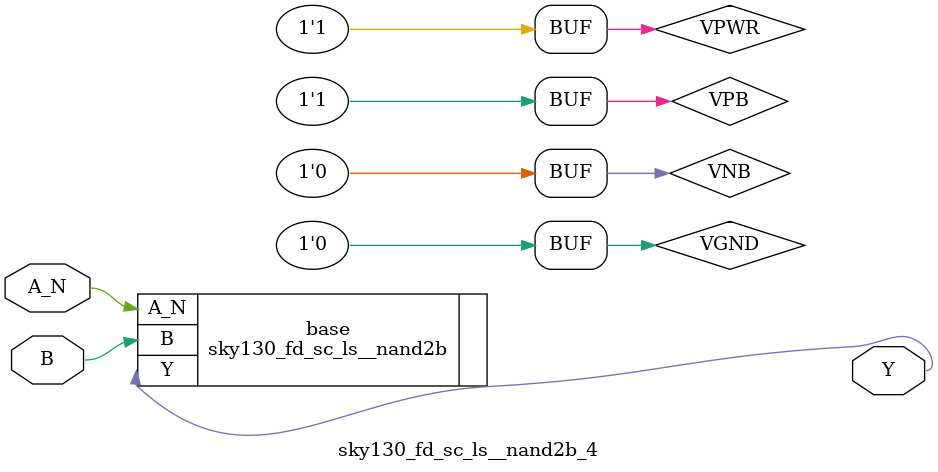
<source format=v>
module sky130_fd_sc_ls__nand2b_4 (
    Y  ,
    A_N,
    B
);
    output Y  ;
    input  A_N;
    input  B  ;
    // Voltage supply signals
    supply1 VPWR;
    supply0 VGND;
    supply1 VPB ;
    supply0 VNB ;
    sky130_fd_sc_ls__nand2b base (
        .Y(Y),
        .A_N(A_N),
        .B(B)
    );
endmodule
</source>
